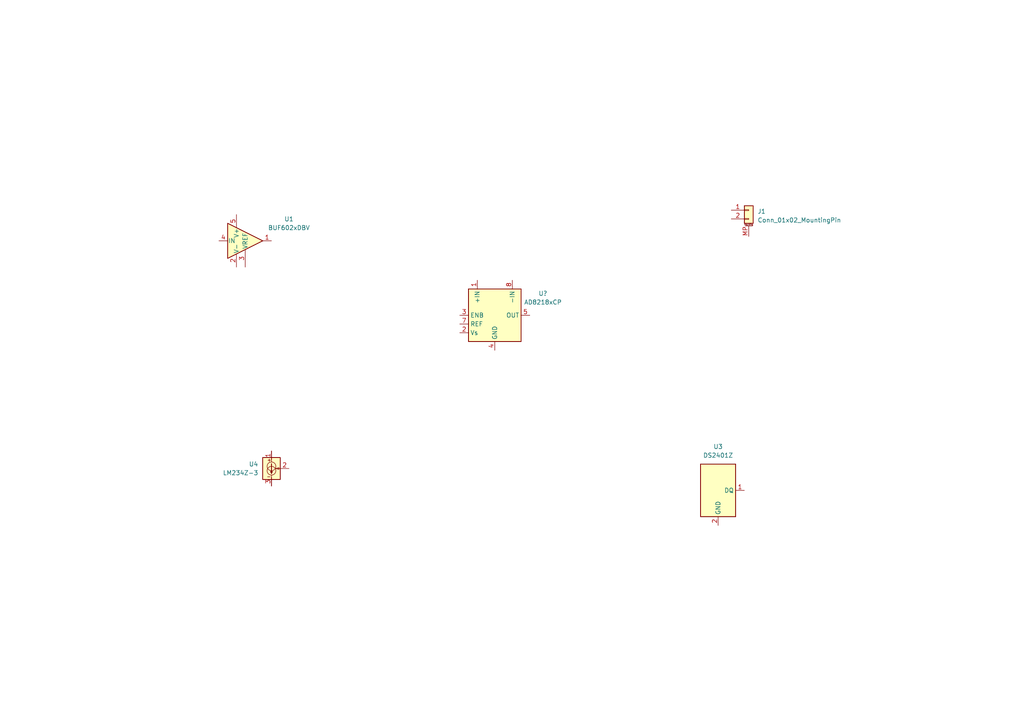
<source format=kicad_sch>
(kicad_sch (version 20231120) (generator "eeschema") (generator_version "8.0")
  (paper "A4")
  (lib_symbols
    (symbol "Amplifier_Buffer:BUF602xDBV" (pin_names (offset 0.127))
      (property "Reference" "U" (at 6.35 2.54 0))
      (property "Value" "BUF602xDBV" (at 7.62 -2.54 0))
      (symbol "BUF602xDBV_0_1"
        (polyline (pts (xy 5.08 0) (xy -5.08 5.08) (xy -5.08 -5.08) (xy 5.08 0)) (stroke (width 0.254)) (fill (type background)))
      )
      (symbol "BUF602xDBV_1_1"
        (pin output line (at 7.62 0 180) (length 2.54) (name "~") (number "1"))
        (pin power_in line (at -2.54 -7.62 90) (length 3.81) (name "V-") (number "2"))
        (pin output line (at 0 -7.62 90) (length 5.08) (name "VREF") (number "3"))
        (pin input line (at -7.62 0 0) (length 2.54) (name "IN") (number "4"))
        (pin power_in line (at -2.54 7.62 270) (length 3.81) (name "V+") (number "5"))
      )
    )
    (symbol "Amplifier_Current:AD8218xCP"
      (property "Reference" "U" (at -7.62 10.795 0))
      (property "Value" "AD8218xCP" (at -7.62 8.89 0))
      (symbol "AD8218xCP_0_1"
        (rectangle (start -7.62 7.62) (end 7.62 -7.62) (stroke (width 0.254)) (fill (type background)))
      )
      (symbol "AD8218xCP_1_1"
        (pin input line (at -5.08 10.16 270) (length 2.54) (name "+IN") (number "1"))
        (pin passive line (at -10.16 -5.08 0) (length 2.54) (name "Vs") (number "2"))
        (pin input line (at -10.16 0 0) (length 2.54) (name "ENB") (number "3"))
        (pin power_in line (at 0 -10.16 90) (length 2.54) (name "GND") (number "4"))
        (pin output line (at 10.16 0 180) (length 2.54) (name "OUT") (number "5"))
        (pin no_connect line (at 2.54 -7.62 90) (length 2.54) hide (name "NC") (number "6"))
        (pin input line (at -10.16 -2.54 0) (length 2.54) (name "REF") (number "7"))
        (pin input line (at 5.08 10.16 270) (length 2.54) (name "-IN") (number "8"))
        (pin passive line (at 0 -10.16 90) (length 2.54) hide (name "GND") (number "9"))
      )
    )
    (symbol "Connector_Generic_MountingPin:Conn_01x02_MountingPin" (pin_names (offset 1.016) hide)
      (property "Reference" "J" (at 0 2.54 0))
      (property "Value" "Conn_01x02_MountingPin" (at 1.27 -5.08 0))
      (symbol "Conn_01x02_MountingPin_1_1"
        (rectangle (start -1.27 -2.413) (end 0 -2.667) (stroke (width 0.1524)))
        (rectangle (start -1.27 0.127) (end 0 -0.127) (stroke (width 0.1524)))
        (rectangle (start -1.27 1.27) (end 1.27 -3.81) (stroke (width 0.254)) (fill (type background)))
        (polyline (pts (xy -1.016 -4.572) (xy 1.016 -4.572)) (stroke (width 0.1524)))
        (text "Mounting" (at 0 -4.191 0) (effects (font (size 0.381 0.381))))
        (pin passive line (at -5.08 0 0) (length 3.81) (name "Pin_1") (number "1"))
        (pin passive line (at -5.08 -2.54 0) (length 3.81) (name "Pin_2") (number "2"))
        (pin passive line (at 0 -7.62 90) (length 3.048) (name "MountPin") (number "MP"))
      )
    )
    (symbol "Memory_UniqueID:DS2401Z"
      (property "Reference" "U" (at -3.81 8.89 0))
      (property "Value" "DS2401Z" (at 5.08 8.89 0))
      (symbol "DS2401Z_0_1"
        (rectangle (start 5.08 -7.62) (end -5.08 7.62) (stroke (width 0.254)) (fill (type background)))
      )
      (symbol "DS2401Z_1_1"
        (pin bidirectional line (at 7.62 0 180) (length 2.54) (name "DQ") (number "1"))
        (pin power_in line (at 0 -10.16 90) (length 2.54) (name "GND") (number "2"))
        (pin no_connect line (at -5.08 0 0) (length 2.54) hide (name "NC") (number "3"))
        (pin passive line (at 0 -10.16 90) (length 2.54) hide (name "GND") (number "4"))
      )
    )
    (symbol "Reference_Current:LM234Z-3"
      (property "Reference" "U" (at 0.635 6.35 0))
      (property "Value" "LM234Z-3" (at 0.635 4.445 0))
      (symbol "LM234Z-3_0_1"
        (rectangle (start -2.54 3.175) (end 2.54 -3.175) (stroke (width 0.254)) (fill (type background)))
        (circle (center 0 -0.635) (radius 1.27))
        (polyline (pts (xy -1.143 -2.413) (xy -0.381 -2.413)))
        (polyline (pts (xy -1.016 2.413) (xy -0.254 2.413)))
        (polyline (pts (xy -0.635 2.794) (xy -0.635 2.032)))
        (polyline (pts (xy 0 -1.905) (xy 0 -5.08)))
        (polyline (pts (xy 0 1.397) (xy 0 -1.397)) (stroke (width 0.254)))
        (polyline (pts (xy 0 5.08) (xy 0 1.905)))
        (polyline (pts (xy 2.54 0) (xy 1.27 0)))
        (polyline (pts (xy 0 -1.397) (xy -0.254 -0.889) (xy 0.254 -0.889) (xy 0 -1.397)) (stroke (width 0.254)))
        (polyline (pts (xy 1.27 0) (xy 2.159 0.254) (xy 2.159 -0.254) (xy 1.27 0)))
        (circle (center 0 0.635) (radius 1.27))
      )
      (symbol "LM234Z-3_1_1"
        (pin passive line (at 0 5.08 270) (length 2.54) (name "~") (number "1"))
        (pin passive line (at 5.08 0 180) (length 2.54) (name "~") (number "2"))
        (pin passive line (at 0 -5.08 90) (length 2.54) (name "~") (number "3"))
      )
    )
  )
  (symbol (lib_id "Memory_UniqueID:DS2401Z") (at 208.28 142.24 0) (unit 1)
    (property "Reference" "U3" (at 208.28 129.54 0))
    (property "Value" "DS2401Z" (at 208.28 132.08 0))
    (property "Footprint" "Package_TO_SOT_SMD:SOT-223" (effects (hide yes)))
    (property "Datasheet" "http://pdfserv.maximintegrated.com/en/ds/DS2401.pdf" (effects (hide yes)))
    (property "Description" "Silicon Serial Number, SOT-223" (effects (hide yes)))
  )
  (symbol (lib_id "Amplifier_Buffer:BUF602xDBV") (at 71.12 69.85 0) (unit 1)
    (property "Reference" "U1" (at 83.82 63.5314 0))
    (property "Value" "BUF602xDBV" (at 83.82 66.0714 0))
    (property "Footprint" "Package_TO_SOT_SMD:SOT-23-5" (effects (hide yes)))
    (property "Datasheet" "http://www.ti.com/lit/ds/symlink/buf602.pdf" (effects (hide yes)))
    (property "Description" "High-Speed, 1000 MHz, Closed-Loop Buffer, SOT23-5" (effects (hide yes)))
  )
  (symbol (lib_id "Amplifier_Current:AD8218xCP") (at 143.51 91.44 0) (unit 1)
    (property "Reference" "U?" (at 157.48 85.1214 0))
    (property "Value" "AD8218xCP" (at 157.48 87.6614 0))
    (property "Footprint" "Package_CSP:LFCSP-8-1EP_3x2mm_P0.5mm_EP1.6x1.65mm" (effects (hide yes)))
    (property "Datasheet" "https://www.analog.com/media/en/technical-documentation/data-sheets/AD8218.pdf" (effects (hide yes)))
    (property "Description" "80V Zero Drift, Bidirectional, Current Shunt Monitor, 20V/V gain, bandwidth 450kHz, Vcc=5V, LFCSP-8" (effects (hide yes)))
  )
  (symbol (lib_id "Reference_Current:LM234Z-3") (at 78.74 135.89 0) (unit 1)
    (property "Reference" "U4" (at 74.93 134.6199 0) (effects (justify right)))
    (property "Value" "LM234Z-3" (at 74.93 137.1599 0) (effects (justify right)))
    (property "Footprint" "Package_TO_SOT_THT:TO-92_Inline" (effects (hide yes)))
    (property "Datasheet" "http://www.ti.com/lit/ds/symlink/lm134.pdf" (effects (hide yes)))
    (property "Description" "1μA to 10mA 3-Terminal Adjustable Current Source, TO-92" (effects (hide yes)))
  )
  (symbol (lib_id "Connector_Generic_MountingPin:Conn_01x02_MountingPin") (at 217.17 60.96 0) (unit 1)
    (property "Reference" "J1" (at 219.71 61.3155 0) (effects (justify left)))
    (property "Value" "Conn_01x02_MountingPin" (at 219.71 63.8555 0) (effects (justify left)))
    (property "Description" "Generic connectable mounting pin connector, single row, 01x02, script generated (kicad-library-utils/schlib/autogen/connector/)" (effects (hide yes)))
  )
)
</source>
